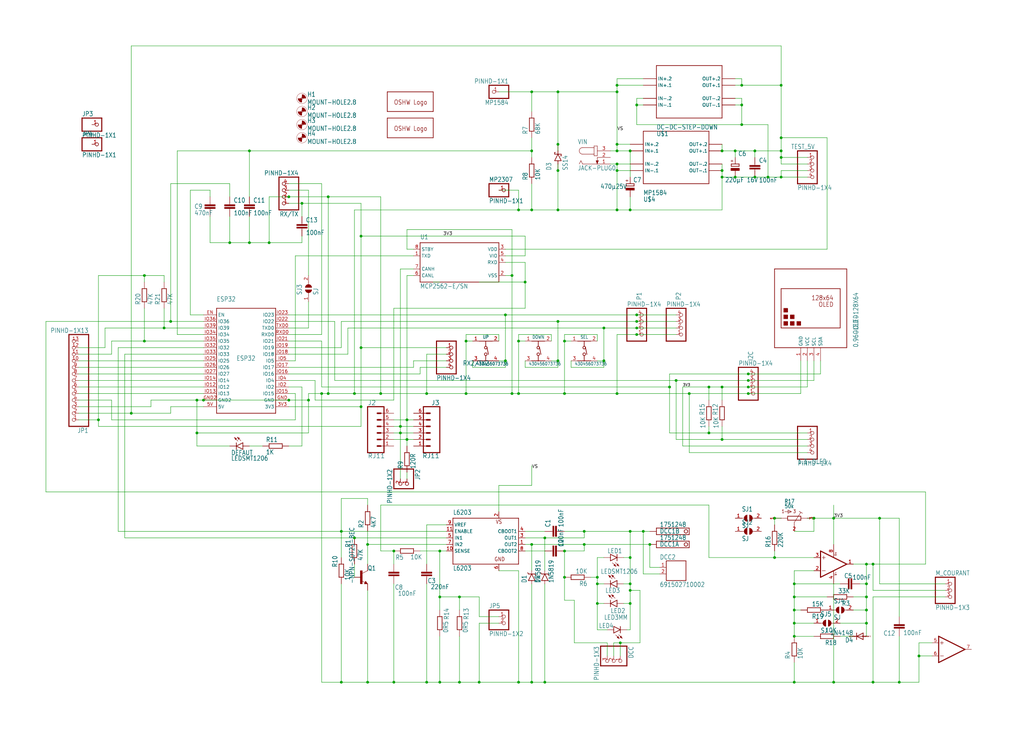
<source format=kicad_sch>
(kicad_sch (version 20230121) (generator eeschema)
  (paper "User" 396.24 284.937)
  (junction (at 195.58 139.7))
  (junction (at 142.24 210.82))
  (junction (at 165.1 152.4))
  (junction (at 215.9 66.04))
  (junction (at 205.74 264.16))
  (junction (at 154.94 167.64))
  (junction (at 152.4 213.36))
  (junction (at 287.02 40.64))
  (junction (at 147.32 152.4))
  (junction (at 243.84 226.06))
  (junction (at 307.34 264.16))
  (junction (at 210.82 264.16))
  (junction (at 289.56 149.86))
  (junction (at 335.28 218.44))
  (junction (at 248.92 205.74))
  (junction (at 266.7 152.4))
  (junction (at 132.08 205.74))
  (junction (at 66.04 124.46))
  (junction (at 335.28 241.3))
  (junction (at 139.7 134.62))
  (junction (at 279.4 149.86))
  (junction (at 238.76 55.88))
  (junction (at 233.68 139.7))
  (junction (at 180.34 132.08))
  (junction (at 226.06 205.74))
  (junction (at 203.2 109.22))
  (junction (at 335.28 226.06))
  (junction (at 76.2 167.64))
  (junction (at 279.4 58.42))
  (junction (at 287.02 33.02))
  (junction (at 322.58 264.16))
  (junction (at 233.68 127))
  (junction (at 289.56 152.4))
  (junction (at 302.26 60.96))
  (junction (at 152.4 264.16))
  (junction (at 215.9 55.88))
  (junction (at 302.26 33.02))
  (junction (at 218.44 132.08))
  (junction (at 335.28 236.22))
  (junction (at 243.84 233.68))
  (junction (at 198.12 106.68))
  (junction (at 274.32 149.86))
  (junction (at 337.82 218.44))
  (junction (at 238.76 33.02))
  (junction (at 238.76 66.04))
  (junction (at 88.9 93.98))
  (junction (at 142.24 264.16))
  (junction (at 243.84 205.74))
  (junction (at 78.74 154.94))
  (junction (at 180.34 152.4))
  (junction (at 55.88 132.08))
  (junction (at 111.76 76.2))
  (junction (at 231.14 233.68))
  (junction (at 243.84 215.9))
  (junction (at 215.9 35.56))
  (junction (at 104.14 93.98))
  (junction (at 307.34 246.38))
  (junction (at 279.4 66.04))
  (junction (at 111.76 154.94))
  (junction (at 314.96 200.66))
  (junction (at 240.03 248.92))
  (junction (at 38.1 162.56))
  (junction (at 218.44 213.36))
  (junction (at 302.26 68.58))
  (junction (at 132.08 264.16))
  (junction (at 200.66 152.4))
  (junction (at 347.98 264.16))
  (junction (at 246.38 40.64))
  (junction (at 274.32 167.64))
  (junction (at 205.74 210.82))
  (junction (at 238.76 35.56))
  (junction (at 200.66 264.16))
  (junction (at 246.38 129.54))
  (junction (at 302.26 58.42))
  (junction (at 246.38 121.92))
  (junction (at 218.44 152.4))
  (junction (at 96.52 93.98))
  (junction (at 243.84 81.28))
  (junction (at 299.72 200.66))
  (junction (at 170.18 213.36))
  (junction (at 198.12 152.4))
  (junction (at 170.18 231.14))
  (junction (at 307.34 226.06))
  (junction (at 261.62 147.32))
  (junction (at 76.2 154.94))
  (junction (at 355.6 254))
  (junction (at 137.16 152.4))
  (junction (at 157.48 162.56))
  (junction (at 251.46 210.82))
  (junction (at 200.66 132.08))
  (junction (at 50.8 160.02))
  (junction (at 137.16 208.28))
  (junction (at 177.8 264.16))
  (junction (at 55.88 106.68))
  (junction (at 215.9 124.46))
  (junction (at 177.8 231.14))
  (junction (at 124.46 152.4))
  (junction (at 243.84 228.6))
  (junction (at 287.02 48.26))
  (junction (at 205.74 81.28))
  (junction (at 200.66 81.28))
  (junction (at 259.08 149.86))
  (junction (at 337.82 264.16))
  (junction (at 238.76 63.5))
  (junction (at 195.58 121.92))
  (junction (at 289.56 144.78))
  (junction (at 116.84 78.74))
  (junction (at 218.44 223.52))
  (junction (at 279.4 170.18))
  (junction (at 139.7 91.44))
  (junction (at 127 152.4))
  (junction (at 231.14 223.52))
  (junction (at 96.52 58.42))
  (junction (at 307.34 241.3))
  (junction (at 119.38 154.94))
  (junction (at 185.42 264.16))
  (junction (at 284.48 68.58))
  (junction (at 157.48 170.18))
  (junction (at 238.76 152.4))
  (junction (at 238.76 58.42))
  (junction (at 297.18 68.58))
  (junction (at 307.34 231.14))
  (junction (at 170.18 264.16))
  (junction (at 292.1 58.42))
  (junction (at 63.5 127))
  (junction (at 279.4 68.58))
  (junction (at 299.72 215.9))
  (junction (at 215.9 139.7))
  (junction (at 154.94 165.1))
  (junction (at 289.56 147.32))
  (junction (at 322.58 200.66))
  (junction (at 307.34 236.22))
  (junction (at 127 76.2))
  (junction (at 302.26 53.34))
  (junction (at 231.14 226.06))
  (junction (at 335.28 231.14))
  (junction (at 165.1 264.16))
  (junction (at 205.74 35.56))
  (junction (at 210.82 208.28))
  (junction (at 340.36 200.66))
  (junction (at 238.76 81.28))
  (junction (at 205.74 58.42))
  (junction (at 243.84 58.42))
  (junction (at 246.38 127))
  (junction (at 246.38 124.46))
  (junction (at 139.7 157.48))
  (junction (at 215.9 81.28))
  (junction (at 226.06 210.82))
  (junction (at 292.1 68.58))
  (junction (at 284.48 58.42))
  (wire (pts (xy 152.4 264.16) (xy 165.1 264.16)))
  (wire (pts (xy 114.3 162.56) (xy 43.18 162.56)))
  (wire (pts (xy 233.68 233.68) (xy 231.14 233.68)))
  (wire (pts (xy 302.26 17.78) (xy 302.26 33.02)))
  (wire (pts (xy 157.48 96.52) (xy 157.48 88.9)))
  (wire (pts (xy 193.04 241.3) (xy 185.42 241.3)))
  (wire (pts (xy 111.76 147.32) (xy 121.92 147.32)))
  (wire (pts (xy 243.84 226.06) (xy 243.84 228.6)))
  (wire (pts (xy 240.03 248.92) (xy 237.49 248.92)))
  (wire (pts (xy 96.52 58.42) (xy 68.58 58.42)))
  (wire (pts (xy 297.18 48.26) (xy 297.18 68.58)))
  (wire (pts (xy 157.48 170.18) (xy 160.02 170.18)))
  (wire (pts (xy 312.42 63.5) (xy 302.26 63.5)))
  (wire (pts (xy 210.82 264.16) (xy 307.34 264.16)))
  (wire (pts (xy 279.4 165.1) (xy 279.4 170.18)))
  (wire (pts (xy 63.5 127) (xy 40.64 127)))
  (wire (pts (xy 119.38 127) (xy 119.38 116.84)))
  (wire (pts (xy 50.8 17.78) (xy 302.26 17.78)))
  (wire (pts (xy 320.04 53.34) (xy 320.04 96.52)))
  (wire (pts (xy 96.52 93.98) (xy 88.9 93.98)))
  (wire (pts (xy 213.36 132.08) (xy 213.36 129.54)))
  (wire (pts (xy 251.46 219.71) (xy 251.46 210.82)))
  (wire (pts (xy 238.76 129.54) (xy 246.38 129.54)))
  (wire (pts (xy 330.2 236.22) (xy 335.28 236.22)))
  (wire (pts (xy 274.32 167.64) (xy 312.42 167.64)))
  (wire (pts (xy 104.14 93.98) (xy 96.52 93.98)))
  (wire (pts (xy 81.28 73.66) (xy 73.66 73.66)))
  (wire (pts (xy 142.24 193.04) (xy 142.24 195.58)))
  (wire (pts (xy 205.74 264.16) (xy 210.82 264.16)))
  (wire (pts (xy 165.1 218.44) (xy 165.1 203.2)))
  (wire (pts (xy 335.28 231.14) (xy 330.2 231.14)))
  (wire (pts (xy 165.1 137.16) (xy 165.1 152.4)))
  (wire (pts (xy 165.1 264.16) (xy 170.18 264.16)))
  (wire (pts (xy 193.04 73.66) (xy 200.66 73.66)))
  (wire (pts (xy 142.24 228.6) (xy 142.24 264.16)))
  (wire (pts (xy 147.32 152.4) (xy 137.16 152.4)))
  (wire (pts (xy 111.76 132.08) (xy 124.46 132.08)))
  (wire (pts (xy 198.12 152.4) (xy 200.66 152.4)))
  (wire (pts (xy 322.58 200.66) (xy 322.58 195.58)))
  (wire (pts (xy 365.76 231.14) (xy 337.82 231.14)))
  (wire (pts (xy 251.46 210.82) (xy 226.06 210.82)))
  (wire (pts (xy 132.08 124.46) (xy 215.9 124.46)))
  (wire (pts (xy 116.84 78.74) (xy 139.7 78.74)))
  (wire (pts (xy 284.48 60.96) (xy 284.48 58.42)))
  (wire (pts (xy 248.92 38.1) (xy 246.38 38.1)))
  (wire (pts (xy 193.04 132.08) (xy 193.04 129.54)))
  (wire (pts (xy 335.28 226.06) (xy 335.28 231.14)))
  (wire (pts (xy 312.42 139.7) (xy 312.42 149.86)))
  (wire (pts (xy 340.36 200.66) (xy 347.98 200.66)))
  (wire (pts (xy 154.94 167.64) (xy 160.02 167.64)))
  (wire (pts (xy 30.48 137.16) (xy 43.18 137.16)))
  (wire (pts (xy 238.76 35.56) (xy 238.76 33.02)))
  (wire (pts (xy 205.74 58.42) (xy 205.74 60.96)))
  (wire (pts (xy 233.68 142.24) (xy 233.68 139.7)))
  (wire (pts (xy 172.72 205.74) (xy 132.08 205.74)))
  (wire (pts (xy 238.76 33.02) (xy 238.76 30.48)))
  (wire (pts (xy 198.12 106.68) (xy 195.58 106.68)))
  (wire (pts (xy 121.92 154.94) (xy 152.4 154.94)))
  (wire (pts (xy 243.84 68.58) (xy 243.84 58.42)))
  (wire (pts (xy 66.04 160.02) (xy 66.04 157.48)))
  (wire (pts (xy 203.2 213.36) (xy 210.82 213.36)))
  (wire (pts (xy 238.76 81.28) (xy 215.9 81.28)))
  (wire (pts (xy 111.76 73.66) (xy 119.38 73.66)))
  (wire (pts (xy 147.32 195.58) (xy 274.32 195.58)))
  (wire (pts (xy 111.76 76.2) (xy 104.14 76.2)))
  (wire (pts (xy 78.74 127) (xy 63.5 127)))
  (wire (pts (xy 157.48 162.56) (xy 160.02 162.56)))
  (wire (pts (xy 55.88 132.08) (xy 43.18 132.08)))
  (wire (pts (xy 233.68 139.7) (xy 231.14 139.7)))
  (wire (pts (xy 238.76 63.5) (xy 238.76 66.04)))
  (wire (pts (xy 259.08 144.78) (xy 259.08 149.86)))
  (wire (pts (xy 63.5 119.38) (xy 63.5 127)))
  (wire (pts (xy 43.18 137.16) (xy 43.18 132.08)))
  (wire (pts (xy 111.76 78.74) (xy 116.84 78.74)))
  (wire (pts (xy 279.4 154.94) (xy 279.4 149.86)))
  (wire (pts (xy 193.04 220.98) (xy 200.66 220.98)))
  (wire (pts (xy 261.62 127) (xy 246.38 127)))
  (wire (pts (xy 111.76 121.92) (xy 195.58 121.92)))
  (wire (pts (xy 182.88 142.24) (xy 195.58 142.24)))
  (wire (pts (xy 233.68 215.9) (xy 231.14 215.9)))
  (wire (pts (xy 205.74 35.56) (xy 205.74 43.18)))
  (wire (pts (xy 309.88 139.7) (xy 309.88 152.4)))
  (wire (pts (xy 314.96 205.74) (xy 314.96 200.66)))
  (wire (pts (xy 320.04 96.52) (xy 195.58 96.52)))
  (wire (pts (xy 134.62 137.16) (xy 134.62 127)))
  (wire (pts (xy 132.08 264.16) (xy 142.24 264.16)))
  (wire (pts (xy 76.2 172.72) (xy 88.9 172.72)))
  (wire (pts (xy 88.9 83.82) (xy 88.9 93.98)))
  (wire (pts (xy 337.82 218.44) (xy 335.28 218.44)))
  (wire (pts (xy 160.02 96.52) (xy 157.48 96.52)))
  (wire (pts (xy 78.74 134.62) (xy 45.72 134.62)))
  (wire (pts (xy 299.72 200.66) (xy 299.72 203.2)))
  (wire (pts (xy 160.02 142.24) (xy 160.02 139.7)))
  (wire (pts (xy 58.42 154.94) (xy 58.42 157.48)))
  (wire (pts (xy 205.74 58.42) (xy 96.52 58.42)))
  (wire (pts (xy 165.1 203.2) (xy 172.72 203.2)))
  (wire (pts (xy 238.76 55.88) (xy 243.84 55.88)))
  (wire (pts (xy 157.48 106.68) (xy 157.48 162.56)))
  (wire (pts (xy 215.9 124.46) (xy 246.38 124.46)))
  (wire (pts (xy 193.04 238.76) (xy 185.42 238.76)))
  (wire (pts (xy 154.94 165.1) (xy 160.02 165.1)))
  (wire (pts (xy 222.25 232.41) (xy 222.25 248.92)))
  (wire (pts (xy 30.48 139.7) (xy 78.74 139.7)))
  (wire (pts (xy 104.14 76.2) (xy 104.14 93.98)))
  (wire (pts (xy 170.18 109.22) (xy 167.64 109.22)))
  (wire (pts (xy 73.66 73.66) (xy 73.66 121.92)))
  (wire (pts (xy 337.82 231.14) (xy 337.82 264.16)))
  (wire (pts (xy 152.4 218.44) (xy 152.4 213.36)))
  (wire (pts (xy 238.76 33.02) (xy 248.92 33.02)))
  (wire (pts (xy 335.28 231.14) (xy 335.28 236.22)))
  (wire (pts (xy 215.9 66.04) (xy 215.9 81.28)))
  (wire (pts (xy 124.46 129.54) (xy 124.46 71.12)))
  (wire (pts (xy 287.02 48.26) (xy 297.18 48.26)))
  (wire (pts (xy 132.08 226.06) (xy 132.08 264.16)))
  (wire (pts (xy 165.1 226.06) (xy 165.1 264.16)))
  (wire (pts (xy 142.24 193.04) (xy 132.08 193.04)))
  (wire (pts (xy 147.32 213.36) (xy 147.32 195.58)))
  (wire (pts (xy 119.38 154.94) (xy 119.38 152.4)))
  (wire (pts (xy 246.38 48.26) (xy 287.02 48.26)))
  (wire (pts (xy 139.7 157.48) (xy 139.7 165.1)))
  (wire (pts (xy 119.38 167.64) (xy 119.38 154.94)))
  (wire (pts (xy 307.34 231.14) (xy 307.34 226.06)))
  (wire (pts (xy 340.36 226.06) (xy 365.76 226.06)))
  (wire (pts (xy 119.38 73.66) (xy 119.38 106.68)))
  (wire (pts (xy 307.34 241.3) (xy 307.34 236.22)))
  (wire (pts (xy 160.02 139.7) (xy 172.72 139.7)))
  (wire (pts (xy 127 152.4) (xy 127 76.2)))
  (wire (pts (xy 116.84 83.82) (xy 116.84 78.74)))
  (wire (pts (xy 302.26 60.96) (xy 302.26 63.5)))
  (wire (pts (xy 111.76 142.24) (xy 160.02 142.24)))
  (wire (pts (xy 246.38 38.1) (xy 246.38 40.64)))
  (wire (pts (xy 264.16 172.72) (xy 312.42 172.72)))
  (wire (pts (xy 170.18 213.36) (xy 172.72 213.36)))
  (wire (pts (xy 360.68 248.92) (xy 355.6 248.92)))
  (wire (pts (xy 284.48 33.02) (xy 287.02 33.02)))
  (wire (pts (xy 203.2 210.82) (xy 205.74 210.82)))
  (wire (pts (xy 55.88 106.68) (xy 63.5 106.68)))
  (wire (pts (xy 81.28 76.2) (xy 81.28 73.66)))
  (wire (pts (xy 180.34 129.54) (xy 180.34 132.08)))
  (wire (pts (xy 279.4 68.58) (xy 279.4 66.04)))
  (wire (pts (xy 259.08 149.86) (xy 259.08 167.64)))
  (wire (pts (xy 247.65 228.6) (xy 247.65 248.92)))
  (wire (pts (xy 314.96 147.32) (xy 289.56 147.32)))
  (wire (pts (xy 50.8 160.02) (xy 66.04 160.02)))
  (wire (pts (xy 238.76 55.88) (xy 238.76 35.56)))
  (wire (pts (xy 78.74 157.48) (xy 66.04 157.48)))
  (wire (pts (xy 238.76 30.48) (xy 248.92 30.48)))
  (wire (pts (xy 203.2 109.22) (xy 203.2 101.6)))
  (wire (pts (xy 322.58 264.16) (xy 307.34 264.16)))
  (wire (pts (xy 284.48 68.58) (xy 279.4 68.58)))
  (wire (pts (xy 152.4 154.94) (xy 152.4 119.38)))
  (wire (pts (xy 302.26 68.58) (xy 302.26 66.04)))
  (wire (pts (xy 111.76 124.46) (xy 129.54 124.46)))
  (wire (pts (xy 238.76 58.42) (xy 238.76 55.88)))
  (wire (pts (xy 314.96 246.38) (xy 307.34 246.38)))
  (wire (pts (xy 203.2 119.38) (xy 203.2 109.22)))
  (wire (pts (xy 264.16 149.86) (xy 264.16 172.72)))
  (wire (pts (xy 358.14 218.44) (xy 337.82 218.44)))
  (wire (pts (xy 200.66 152.4) (xy 218.44 152.4)))
  (wire (pts (xy 78.74 121.92) (xy 73.66 121.92)))
  (wire (pts (xy 246.38 121.92) (xy 261.62 121.92)))
  (wire (pts (xy 218.44 132.08) (xy 220.98 132.08)))
  (wire (pts (xy 43.18 154.94) (xy 30.48 154.94)))
  (wire (pts (xy 68.58 58.42) (xy 68.58 129.54)))
  (wire (pts (xy 218.44 213.36) (xy 218.44 223.52)))
  (wire (pts (xy 45.72 134.62) (xy 45.72 205.74)))
  (wire (pts (xy 220.98 139.7) (xy 220.98 142.24)))
  (wire (pts (xy 96.52 83.82) (xy 96.52 93.98)))
  (wire (pts (xy 355.6 248.92) (xy 355.6 254)))
  (wire (pts (xy 182.88 132.08) (xy 180.34 132.08)))
  (wire (pts (xy 185.42 264.16) (xy 200.66 264.16)))
  (wire (pts (xy 251.46 205.74) (xy 248.92 205.74)))
  (wire (pts (xy 17.78 190.5) (xy 17.78 124.46)))
  (wire (pts (xy 213.36 139.7) (xy 215.9 139.7)))
  (wire (pts (xy 78.74 132.08) (xy 55.88 132.08)))
  (wire (pts (xy 287.02 40.64) (xy 287.02 38.1)))
  (wire (pts (xy 96.52 76.2) (xy 96.52 58.42)))
  (wire (pts (xy 302.26 58.42) (xy 302.26 60.96)))
  (wire (pts (xy 193.04 198.12) (xy 193.04 187.96)))
  (wire (pts (xy 200.66 220.98) (xy 200.66 264.16)))
  (wire (pts (xy 302.26 66.04) (xy 312.42 66.04)))
  (wire (pts (xy 243.84 76.2) (xy 243.84 81.28)))
  (wire (pts (xy 261.62 170.18) (xy 279.4 170.18)))
  (wire (pts (xy 152.4 165.1) (xy 154.94 165.1)))
  (wire (pts (xy 116.84 172.72) (xy 111.76 172.72)))
  (wire (pts (xy 284.48 30.48) (xy 287.02 30.48)))
  (wire (pts (xy 114.3 99.06) (xy 114.3 139.7)))
  (wire (pts (xy 142.24 264.16) (xy 152.4 264.16)))
  (wire (pts (xy 236.22 63.5) (xy 238.76 63.5)))
  (wire (pts (xy 292.1 60.96) (xy 292.1 58.42)))
  (wire (pts (xy 355.6 264.16) (xy 347.98 264.16)))
  (wire (pts (xy 38.1 162.56) (xy 30.48 162.56)))
  (wire (pts (xy 139.7 157.48) (xy 111.76 157.48)))
  (wire (pts (xy 243.84 205.74) (xy 226.06 205.74)))
  (wire (pts (xy 205.74 180.34) (xy 205.74 187.96)))
  (wire (pts (xy 264.16 149.86) (xy 274.32 149.86)))
  (wire (pts (xy 248.92 222.25) (xy 248.92 205.74)))
  (wire (pts (xy 111.76 152.4) (xy 114.3 152.4)))
  (wire (pts (xy 218.44 232.41) (xy 218.44 223.52)))
  (wire (pts (xy 314.96 139.7) (xy 314.96 147.32)))
  (wire (pts (xy 307.34 220.98) (xy 314.96 220.98)))
  (wire (pts (xy 81.28 93.98) (xy 81.28 83.82)))
  (wire (pts (xy 17.78 124.46) (xy 66.04 124.46)))
  (wire (pts (xy 88.9 71.12) (xy 66.04 71.12)))
  (wire (pts (xy 124.46 149.86) (xy 259.08 149.86)))
  (wire (pts (xy 154.94 167.64) (xy 154.94 185.42)))
  (wire (pts (xy 38.1 106.68) (xy 55.88 106.68)))
  (wire (pts (xy 243.84 205.74) (xy 243.84 215.9)))
  (wire (pts (xy 180.34 152.4) (xy 198.12 152.4)))
  (wire (pts (xy 177.8 231.14) (xy 170.18 231.14)))
  (wire (pts (xy 234.95 243.84) (xy 231.14 243.84)))
  (wire (pts (xy 121.92 147.32) (xy 121.92 154.94)))
  (wire (pts (xy 287.02 30.48) (xy 287.02 33.02)))
  (wire (pts (xy 193.04 35.56) (xy 205.74 35.56)))
  (wire (pts (xy 193.04 139.7) (xy 195.58 139.7)))
  (wire (pts (xy 279.4 149.86) (xy 289.56 149.86)))
  (wire (pts (xy 320.04 231.14) (xy 307.34 231.14)))
  (wire (pts (xy 76.2 154.94) (xy 58.42 154.94)))
  (wire (pts (xy 325.12 226.06) (xy 307.34 226.06)))
  (wire (pts (xy 322.58 200.66) (xy 340.36 200.66)))
  (wire (pts (xy 322.58 226.06) (xy 322.58 264.16)))
  (wire (pts (xy 129.54 124.46) (xy 129.54 147.32)))
  (wire (pts (xy 307.34 246.38) (xy 307.34 241.3)))
  (wire (pts (xy 289.56 152.4) (xy 266.7 152.4)))
  (wire (pts (xy 203.2 205.74) (xy 210.82 205.74)))
  (wire (pts (xy 30.48 149.86) (xy 78.74 149.86)))
  (wire (pts (xy 116.84 93.98) (xy 116.84 91.44)))
  (wire (pts (xy 246.38 124.46) (xy 261.62 124.46)))
  (wire (pts (xy 317.5 144.78) (xy 289.56 144.78)))
  (wire (pts (xy 307.34 226.06) (xy 307.34 220.98)))
  (wire (pts (xy 314.96 200.66) (xy 322.58 200.66)))
  (wire (pts (xy 222.25 248.92) (xy 234.95 248.92)))
  (wire (pts (xy 157.48 106.68) (xy 160.02 106.68)))
  (wire (pts (xy 193.04 187.96) (xy 205.74 187.96)))
  (wire (pts (xy 116.84 149.86) (xy 116.84 172.72)))
  (wire (pts (xy 337.82 228.6) (xy 337.82 218.44)))
  (wire (pts (xy 137.16 208.28) (xy 48.26 208.28)))
  (wire (pts (xy 337.82 264.16) (xy 322.58 264.16)))
  (wire (pts (xy 50.8 160.02) (xy 30.48 160.02)))
  (wire (pts (xy 297.18 68.58) (xy 292.1 68.58)))
  (wire (pts (xy 325.12 241.3) (xy 335.28 241.3)))
  (wire (pts (xy 302.26 60.96) (xy 312.42 60.96)))
  (wire (pts (xy 139.7 134.62) (xy 139.7 91.44)))
  (wire (pts (xy 66.04 124.46) (xy 78.74 124.46)))
  (wire (pts (xy 40.64 134.62) (xy 40.64 127)))
  (wire (pts (xy 129.54 147.32) (xy 261.62 147.32)))
  (wire (pts (xy 124.46 152.4) (xy 124.46 264.16)))
  (wire (pts (xy 157.48 88.9) (xy 198.12 88.9)))
  (wire (pts (xy 200.66 264.16) (xy 205.74 264.16)))
  (wire (pts (xy 119.38 152.4) (xy 124.46 152.4)))
  (wire (pts (xy 111.76 129.54) (xy 124.46 129.54)))
  (wire (pts (xy 238.76 152.4) (xy 266.7 152.4)))
  (wire (pts (xy 127 76.2) (xy 111.76 76.2)))
  (wire (pts (xy 139.7 91.44) (xy 139.7 78.74)))
  (wire (pts (xy 170.18 264.16) (xy 177.8 264.16)))
  (wire (pts (xy 246.38 129.54) (xy 261.62 129.54)))
  (wire (pts (xy 314.96 241.3) (xy 307.34 241.3)))
  (wire (pts (xy 30.48 152.4) (xy 78.74 152.4)))
  (wire (pts (xy 247.65 228.6) (xy 243.84 228.6)))
  (wire (pts (xy 203.2 142.24) (xy 215.9 142.24)))
  (wire (pts (xy 302.26 200.66) (xy 299.72 200.66)))
  (wire (pts (xy 147.32 152.4) (xy 147.32 76.2)))
  (wire (pts (xy 287.02 48.26) (xy 287.02 40.64)))
  (wire (pts (xy 200.66 152.4) (xy 200.66 132.08)))
  (wire (pts (xy 152.4 119.38) (xy 203.2 119.38)))
  (wire (pts (xy 218.44 205.74) (xy 226.06 205.74)))
  (wire (pts (xy 246.38 40.64) (xy 248.92 40.64)))
  (wire (pts (xy 170.18 231.14) (xy 170.18 236.22)))
  (wire (pts (xy 241.3 215.9) (xy 243.84 215.9)))
  (wire (pts (xy 147.32 76.2) (xy 127 76.2)))
  (wire (pts (xy 68.58 129.54) (xy 78.74 129.54)))
  (wire (pts (xy 172.72 210.82) (xy 142.24 210.82)))
  (wire (pts (xy 170.18 231.14) (xy 170.18 213.36)))
  (wire (pts (xy 152.4 162.56) (xy 157.48 162.56)))
  (wire (pts (xy 50.8 160.02) (xy 50.8 17.78)))
  (wire (pts (xy 247.65 248.92) (xy 240.03 248.92)))
  (wire (pts (xy 172.72 142.24) (xy 162.56 142.24)))
  (wire (pts (xy 55.88 106.68) (xy 55.88 109.22)))
  (wire (pts (xy 302.26 33.02) (xy 302.26 53.34)))
  (wire (pts (xy 124.46 264.16) (xy 132.08 264.16)))
  (wire (pts (xy 114.3 152.4) (xy 114.3 162.56)))
  (wire (pts (xy 210.82 226.06) (xy 210.82 264.16)))
  (wire (pts (xy 48.26 208.28) (xy 48.26 137.16)))
  (wire (pts (xy 172.72 134.62) (xy 139.7 134.62)))
  (wire (pts (xy 231.14 243.84) (xy 231.14 233.68)))
  (wire (pts (xy 200.66 132.08) (xy 203.2 132.08)))
  (wire (pts (xy 48.26 137.16) (xy 78.74 137.16)))
  (wire (pts (xy 233.68 127) (xy 246.38 127)))
  (wire (pts (xy 335.28 218.44) (xy 335.28 226.06)))
  (wire (pts (xy 284.48 58.42) (xy 292.1 58.42)))
  (wire (pts (xy 30.48 142.24) (xy 78.74 142.24)))
  (wire (pts (xy 111.76 139.7) (xy 114.3 139.7)))
  (wire (pts (xy 218.44 152.4) (xy 238.76 152.4)))
  (wire (pts (xy 215.9 142.24) (xy 215.9 139.7)))
  (wire (pts (xy 88.9 93.98) (xy 81.28 93.98)))
  (wire (pts (xy 266.7 175.26) (xy 312.42 175.26)))
  (wire (pts (xy 124.46 132.08) (xy 124.46 149.86)))
  (wire (pts (xy 248.92 205.74) (xy 243.84 205.74)))
  (wire (pts (xy 205.74 53.34) (xy 205.74 58.42)))
  (wire (pts (xy 226.06 213.36) (xy 218.44 213.36)))
  (wire (pts (xy 307.34 205.74) (xy 314.96 205.74)))
  (wire (pts (xy 243.84 215.9) (xy 243.84 226.06)))
  (wire (pts (xy 38.1 165.1) (xy 38.1 162.56)))
  (wire (pts (xy 274.32 154.94) (xy 274.32 149.86)))
  (wire (pts (xy 284.48 40.64) (xy 287.02 40.64)))
  (wire (pts (xy 195.58 139.7) (xy 195.58 121.92)))
  (wire (pts (xy 165.1 152.4) (xy 147.32 152.4)))
  (wire (pts (xy 240.03 248.92) (xy 240.03 254)))
  (wire (pts (xy 215.9 63.5) (xy 215.9 66.04)))
  (wire (pts (xy 162.56 144.78) (xy 162.56 142.24)))
  (wire (pts (xy 238.76 66.04) (xy 238.76 81.28)))
  (wire (pts (xy 312.42 149.86) (xy 289.56 149.86)))
  (wire (pts (xy 279.4 81.28) (xy 279.4 68.58)))
  (wire (pts (xy 172.72 137.16) (xy 165.1 137.16)))
  (wire (pts (xy 137.16 152.4) (xy 137.16 81.28)))
  (wire (pts (xy 177.8 231.14) (xy 177.8 236.22)))
  (wire (pts (xy 162.56 213.36) (xy 170.18 213.36)))
  (wire (pts (xy 111.76 149.86) (xy 116.84 149.86)))
  (wire (pts (xy 177.8 264.16) (xy 185.42 264.16)))
  (wire (pts (xy 182.88 139.7) (xy 182.88 142.24)))
  (wire (pts (xy 30.48 144.78) (xy 78.74 144.78)))
  (wire (pts (xy 134.62 127) (xy 233.68 127)))
  (wire (pts (xy 261.62 170.18) (xy 261.62 147.32)))
  (wire (pts (xy 63.5 106.68) (xy 63.5 109.22)))
  (wire (pts (xy 330.2 246.38) (xy 325.12 246.38)))
  (wire (pts (xy 203.2 99.06) (xy 203.2 91.44)))
  (wire (pts (xy 299.72 213.36) (xy 299.72 215.9)))
  (wire (pts (xy 255.27 222.25) (xy 248.92 222.25)))
  (wire (pts (xy 246.38 40.64) (xy 246.38 48.26)))
  (wire (pts (xy 365.76 228.6) (xy 337.82 228.6)))
  (wire (pts (xy 231.14 226.06) (xy 231.14 223.52)))
  (wire (pts (xy 335.28 218.44) (xy 330.2 218.44)))
  (wire (pts (xy 180.34 152.4) (xy 165.1 152.4)))
  (wire (pts (xy 307.34 256.54) (xy 307.34 264.16)))
  (wire (pts (xy 132.08 134.62) (xy 132.08 124.46)))
  (wire (pts (xy 226.06 210.82) (xy 226.06 213.36)))
  (wire (pts (xy 238.76 81.28) (xy 243.84 81.28)))
  (wire (pts (xy 205.74 226.06) (xy 205.74 264.16)))
  (wire (pts (xy 287.02 38.1) (xy 284.48 38.1)))
  (wire (pts (xy 127 152.4) (xy 137.16 152.4)))
  (wire (pts (xy 289.56 147.32) (xy 261.62 147.32)))
  (wire (pts (xy 292.1 58.42) (xy 302.26 58.42)))
  (wire (pts (xy 279.4 58.42) (xy 284.48 58.42)))
  (wire (pts (xy 215.9 55.88) (xy 215.9 35.56)))
  (wire (pts (xy 195.58 121.92) (xy 246.38 121.92)))
  (wire (pts (xy 137.16 81.28) (xy 200.66 81.28)))
  (wire (pts (xy 231.14 215.9) (xy 231.14 223.52)))
  (wire (pts (xy 139.7 134.62) (xy 139.7 157.48)))
  (wire (pts (xy 76.2 154.94) (xy 76.2 167.64)))
  (wire (pts (xy 243.84 243.84) (xy 242.57 243.84)))
  (wire (pts (xy 111.76 144.78) (xy 162.56 144.78)))
  (wire (pts (xy 160.02 104.14) (xy 154.94 104.14)))
  (wire (pts (xy 205.74 71.12) (xy 205.74 81.28)))
  (wire (pts (xy 309.88 236.22) (xy 307.34 236.22)))
  (wire (pts (xy 231.14 226.06) (xy 233.68 226.06)))
  (wire (pts (xy 302.26 53.34) (xy 302.26 58.42)))
  (wire (pts (xy 274.32 149.86) (xy 279.4 149.86)))
  (wire (pts (xy 210.82 208.28) (xy 226.06 208.28)))
  (wire (pts (xy 243.84 243.84) (xy 243.84 233.68)))
  (wire (pts (xy 203.2 101.6) (xy 195.58 101.6)))
  (wire (pts (xy 132.08 193.04) (xy 132.08 205.74)))
  (wire (pts (xy 177.8 246.38) (xy 177.8 264.16)))
  (wire (pts (xy 226.06 205.74) (xy 226.06 208.28)))
  (wire (pts (xy 111.76 71.12) (xy 124.46 71.12)))
  (wire (pts (xy 355.6 254) (xy 355.6 264.16)))
  (wire (pts (xy 203.2 139.7) (xy 203.2 142.24)))
  (wire (pts (xy 215.9 35.56) (xy 205.74 35.56)))
  (wire (pts (xy 347.98 246.38) (xy 347.98 264.16)))
  (wire (pts (xy 185.42 241.3) (xy 185.42 264.16)))
  (wire (pts (xy 152.4 170.18) (xy 157.48 170.18)))
  (wire (pts (xy 160.02 99.06) (xy 114.3 99.06)))
  (wire (pts (xy 195.58 142.24) (xy 195.58 139.7)))
  (wire (pts (xy 231.14 223.52) (xy 228.6 223.52)))
  (wire (pts (xy 234.95 248.92) (xy 234.95 254)))
  (wire (pts (xy 358.14 218.44) (xy 358.14 190.5)))
  (wire (pts (xy 78.74 154.94) (xy 76.2 154.94)))
  (wire (pts (xy 215.9 81.28) (xy 205.74 81.28)))
  (wire (pts (xy 154.94 104.14) (xy 154.94 165.1)))
  (wire (pts (xy 139.7 165.1) (xy 38.1 165.1)))
  (wire (pts (xy 335.28 226.06) (xy 332.74 226.06)))
  (wire (pts (xy 43.18 162.56) (xy 43.18 154.94)))
  (wire (pts (xy 231.14 129.54) (xy 218.44 129.54)))
  (wire (pts (xy 45.72 205.74) (xy 132.08 205.74)))
  (wire (pts (xy 236.22 58.42) (xy 238.76 58.42)))
  (wire (pts (xy 78.74 154.94) (xy 111.76 154.94)))
  (wire (pts (xy 274.32 165.1) (xy 274.32 167.64)))
  (wire (pts (xy 355.6 254) (xy 360.68 254)))
  (wire (pts (xy 203.2 208.28) (xy 210.82 208.28)))
  (wire (pts (xy 233.68 139.7) (xy 233.68 127)))
  (wire (pts (xy 259.08 167.64) (xy 274.32 167.64)))
  (wire (pts (xy 195.58 99.06) (xy 203.2 99.06)))
  (wire (pts (xy 210.82 220.98) (xy 210.82 208.28)))
  (wire (pts (xy 287.02 33.02) (xy 302.26 33.02)))
  (wire (pts (xy 238.76 66.04) (xy 243.84 66.04)))
  (wire (pts (xy 154.94 165.1) (xy 154.94 167.64)))
  (wire (pts (xy 243.84 63.5) (xy 238.76 63.5)))
  (wire (pts (xy 185.42 109.22) (xy 203.2 109.22)))
  (wire (pts (xy 157.48 170.18) (xy 157.48 172.72)))
  (wire (pts (xy 137.16 218.44) (xy 137.16 223.52)))
  (wire (pts (xy 274.32 195.58) (xy 274.32 215.9)))
  (wire (pts (xy 111.76 134.62) (xy 132.08 134.62)))
  (wire (pts (xy 200.66 73.66) (xy 200.66 81.28)))
  (wire (pts (xy 259.08 144.78) (xy 289.56 144.78)))
  (wire (pts (xy 347.98 264.16) (xy 337.82 264.16)))
  (wire (pts (xy 111.76 127) (xy 119.38 127)))
  (wire (pts (xy 111.76 154.94) (xy 119.38 154.94)))
  (wire (pts (xy 266.7 175.26) (xy 266.7 152.4)))
  (wire (pts (xy 307.34 236.22) (xy 307.34 231.14)))
  (wire (pts (xy 137.16 208.28) (xy 172.72 208.28)))
  (wire (pts (xy 231.14 226.06) (xy 231.14 233.68)))
  (wire (pts (xy 142.24 210.82) (xy 142.24 218.44)))
  (wire (pts (xy 193.04 129.54) (xy 180.34 129.54)))
  (wire (pts (xy 241.3 226.06) (xy 243.84 226.06)))
  (wire (pts (xy 231.14 132.08) (xy 231.14 129.54)))
  (wire (pts (xy 335.28 241.3) (xy 335.28 246.38)))
  (wire (pts (xy 299.72 215.9) (xy 314.96 215.9)))
  (wire (pts (xy 238.76 35.56) (xy 215.9 35.56)))
  (wire (pts (xy 76.2 167.64) (xy 119.38 167.64)))
  (wire (pts (xy 58.42 157.48) (xy 30.48 157.48)))
  (wire (pts (xy 132.08 205.74) (xy 132.08 215.9)))
  (wire (pts (xy 157.48 182.88) (xy 157.48 185.42)))
  (wire (pts (xy 30.48 134.62) (xy 40.64 134.62)))
  (wire (pts (xy 255.27 219.71) (xy 251.46 219.71)))
  (wire (pts (xy 284.48 68.58) (xy 292.1 68.58)))
  (wire (pts (xy 142.24 205.74) (xy 142.24 210.82)))
  (wire (pts (xy 111.76 137.16) (xy 134.62 137.16)))
  (wire (pts (xy 312.42 200.66) (xy 314.96 200.66)))
  (wire (pts (xy 101.6 172.72) (xy 96.52 172.72)))
  (wire (pts (xy 38.1 162.56) (xy 38.1 106.68)))
  (wire (pts (xy 147.32 213.36) (xy 152.4 213.36)))
  (wire (pts (xy 358.14 190.5) (xy 17.78 190.5)))
  (wire (pts (xy 340.36 200.66) (xy 340.36 226.06)))
  (wire (pts (xy 243.84 228.6) (xy 243.84 233.68)))
  (wire (pts (xy 279.4 55.88) (xy 279.4 58.42)))
  (wire (pts (xy 170.18 246.38) (xy 170.18 264.16)))
  (wire (pts (xy 152.4 226.06) (xy 152.4 264.16)))
  (wire (pts (xy 218.44 152.4) (xy 218.44 132.08)))
  (wire (pts (xy 238.76 58.42) (xy 243.84 58.42)))
  (wire (pts (xy 347.98 200.66) (xy 347.98 238.76)))
  (wire (pts (xy 220.98 142.24) (xy 233.68 142.24)))
  (wire (pts (xy 215.9 58.42) (xy 215.9 55.88)))
  (wire (pts (xy 76.2 167.64) (xy 76.2 172.72)))
  (wire (pts (xy 322.58 210.82) (xy 322.58 200.66)))
  (wire (pts (xy 218.44 129.54) (xy 218.44 132.08)))
  (wire (pts (xy 238.76 152.4) (xy 238.76 129.54)))
  (wire (pts (xy 222.25 232.41) (xy 218.44 232.41)))
  (wire (pts (xy 302.26 68.58) (xy 312.42 68.58)))
  (wire (pts (xy 215.9 139.7) (xy 215.9 124.46)))
  (wire (pts (xy 185.42 231.14) (xy 177.8 231.14)))
  (wire (pts (xy 198.12 152.4) (xy 198.12 106.68)))
  (wire (pts (xy 200.66 129.54) (xy 200.66 132.08)))
  (wire (pts (xy 302.26 53.34) (xy 320.04 53.34)))
  (wire (pts (xy 309.88 152.4) (xy 289.56 152.4)))
  (wire (pts (xy 335.28 236.22) (xy 335.28 241.3)))
  (wire (pts (xy 279.4 170.18) (xy 312.42 170.18)))
  (wire (pts (xy 152.4 167.64) (xy 154.94 167.64)))
  (wire (pts (xy 237.49 248.92) (xy 237.49 254)))
  (wire (pts (xy 88.9 76.2) (xy 88.9 71.12)))
  (wire (pts (xy 213.36 129.54) (xy 200.66 129.54)))
  (wire (pts (xy 55.88 119.38) (xy 55.88 132.08)))
  (wire (pts (xy 185.42 238.76) (xy 185.42 231.14)))
  (wire (pts (xy 317.5 139.7) (xy 317.5 144.78)))
  (wire (pts (xy 243.84 81.28) (xy 279.4 81.28)))
  (wire (pts (xy 205.74 210.82) (xy 226.06 210.82)))
  (wire (pts (xy 279.4 63.5) (xy 279.4 66.04)))
  (wire (pts (xy 30.48 147.32) (xy 78.74 147.32)))
  (wire (pts (xy 205.74 81.28) (xy 200.66 81.28)))
  (wire (pts (xy 157.48 162.56) (xy 157.48 170.18)))
  (wire (pts (xy 198.12 88.9) (xy 198.12 106.68)))
  (wire (pts (xy 203.2 91.44) (xy 139.7 91.44)))
  (wire (pts (xy 66.04 71.12) (xy 66.04 124.46)))
  (wire (pts (xy 180.34 132.08) (xy 180.34 152.4)))
  (wire (pts (xy 205.74 220.98) (xy 205.74 210.82)))
  (wire (pts (xy 274.32 215.9) (xy 299.72 215.9)))
  (wire (pts (xy 104.14 93.98) (xy 116.84 93.98)))
  (wire (pts (xy 302.26 68.58) (xy 297.18 68.58)))
  (wire (pts (xy 124.46 152.4) (xy 127 152.4)))
  (wire (pts (xy 241.3 233.68) (xy 243.84 233.68)))
  (label "VS" (at 238.76 50.8 0) (effects (font (size 1.2446 1.2446))))
  (label "3V3" (at 264.16 149.86 0) (effects (font (size 1.016 1.016))))
  (label "3V3" (at 171.45 91.44 0) (effects (font (size 1.2446 1.2446))))
  (label "3V3" (at 322.58 200.66 0) (effects (font (size 1.2446 1.2446))))
  (label "VS" (at 205.74 181.61 0) (effects (font (size 1.2446 1.2446))))
  (symbol (lib_id "CENTRALE02c3-eagle-import:R-EU_R0805") (at 299.72 208.28 90) (unit 1)
    (property "Reference" "R16" (at 298.2214 212.09 0) (effects (font (size 1.778 1.5113)) (justify left bottom)))
    (property "Value" "220K" (at 303.022 212.09 0) (effects (font (size 1.778 1.5113)) (justify left bottom)))
    (property "Footprint" "R0805" (effects hide))
  )
  (symbol (lib_id "CENTRALE02c3-eagle-import:SJ") (at 289.56 200.66 0) (unit 1)
    (property "Reference" "SJ1" (at 287.02 198.12 0) (effects (font (size 1.778 1.5113)) (justify left bottom)))
    (property "Value" "SJ" (at 287.02 204.47 0) (effects (font (size 1.778 1.5113)) (justify left bottom)))
    (property "Footprint" "SJ" (effects hide))
  )
  (symbol (lib_id "CENTRALE02c3-eagle-import:R-EU_R0805") (at 205.74 66.04 90) (unit 1)
    (property "Reference" "R8" (at 204.2414 69.85 0) (effects (font (size 1.778 1.5113)) (justify left bottom)))
    (property "Value" "10K" (at 209.042 69.85 0) (effects (font (size 1.778 1.5113)) (justify left bottom)))
    (property "Footprint" "R0805" (effects hide))
  )
  (symbol (lib_id "CENTRALE02c3-eagle-import:PINHD-1X3") (at 368.3 228.6 0) (unit 1)
    (property "Reference" "M_COURANT" (at 361.95 222.885 0) (effects (font (size 1.778 1.5113)) (justify left bottom)))
    (property "Value" "PINHD-1X3" (at 361.95 236.22 0) (effects (font (size 1.778 1.5113)) (justify left bottom)))
    (property "Footprint" "1X03" (effects hide))
  )
  (symbol (lib_id "CENTRALE02c3-eagle-import:PINHD-1X4") (at 314.96 172.72 0) (unit 1)
    (property "Reference" "1.3-OLED" (at 308.61 179.705 0) (effects (font (size 1.778 1.5113)) (justify left bottom)))
    (property "Value" "PINHD-1X4" (at 308.61 180.34 0) (effects (font (size 1.778 1.5113)) (justify left bottom)))
    (property "Footprint" "1X04" (effects hide))
  )
  (symbol (lib_id "CENTRALE02c3-eagle-import:MOUNT-HOLE2.8") (at 116.84 48.26 0) (unit 1)
    (property "Reference" "H3" (at 118.872 47.6758 0) (effects (font (size 1.778 1.5113)) (justify left bottom)))
    (property "Value" "MOUNT-HOLE2.8" (at 118.872 50.7238 0) (effects (font (size 1.778 1.5113)) (justify left bottom)))
    (property "Footprint" "2,8" (effects hide))
  )
  (symbol (lib_id "CENTRALE02c3-eagle-import:OSHWLOGOLOGO5MM") (at 149.86 43.18 0) (unit 1)
    (property "Reference" "GOLD_ORB_SM2" (effects hide))
    (property "Value" "OSHWLOGOLOGO5MM" (effects hide))
    (property "Footprint" "OSHW_5MM" (effects hide))
  )
  (symbol (lib_id "CENTRALE02c3-eagle-import:MOUNT-HOLE2.8") (at 116.84 43.18 0) (unit 1)
    (property "Reference" "H2" (at 118.872 42.5958 0) (effects (font (size 1.778 1.5113)) (justify left bottom)))
    (property "Value" "MOUNT-HOLE2.8" (at 118.872 45.6438 0) (effects (font (size 1.778 1.5113)) (justify left bottom)))
    (property "Footprint" "2,8" (effects hide))
  )
  (symbol (lib_id "CENTRALE02c3-eagle-import:LED3MM") (at 237.49 243.84 90) (unit 1)
    (property "Reference" "LED4" (at 237.49 241.3 90) (effects (font (size 1.778 1.5113)) (justify left bottom)))
    (property "Value" "LED3MM" (effects hide))
    (property "Footprint" "LED3MM" (effects hide))
  )
  (symbol (lib_id "CENTRALE02c3-eagle-import:R-EU_R0805") (at 325.12 231.14 180) (unit 1)
    (property "Reference" "R3" (at 328.93 232.6386 0) (effects (font (size 1.778 1.5113)) (justify left bottom)))
    (property "Value" "33K" (at 328.93 227.838 0) (effects (font (size 1.778 1.5113)) (justify left bottom)))
    (property "Footprint" "R0805" (effects hide))
  )
  (symbol (lib_id "CENTRALE02c3-eagle-import:PINHD-1X4") (at 248.92 124.46 0) (mirror x) (unit 1)
    (property "Reference" "P1" (at 248.285 113.03 90) (effects (font (size 1.778 1.5113)) (justify left bottom)))
    (property "Value" "PINHD-1X4" (at 242.57 116.84 0) (effects (font (size 1.778 1.5113)) (justify left bottom)))
    (property "Footprint" "1X04" (effects hide))
  )
  (symbol (lib_id "CENTRALE02c3-eagle-import:PINHD-1X4") (at 292.1 147.32 0) (mirror x) (unit 1)
    (property "Reference" "I2C" (at 291.465 135.89 90) (effects (font (size 1.778 1.5113)) (justify left bottom)))
    (property "Value" "PINHD-1X4" (at 285.75 139.7 0) (effects (font (size 1.778 1.5113)) (justify left bottom)))
    (property "Footprint" "1X04" (effects hide))
  )
  (symbol (lib_id "CENTRALE02c3-eagle-import:R-EU_R0805") (at 142.24 200.66 90) (unit 1)
    (property "Reference" "R2" (at 140.7414 204.47 0) (effects (font (size 1.778 1.5113)) (justify left bottom)))
    (property "Value" "4K7" (at 145.542 204.47 0) (effects (font (size 1.778 1.5113)) (justify left bottom)))
    (property "Footprint" "R0805" (effects hide))
  )
  (symbol (lib_id "CENTRALE02c3-eagle-import:SJ") (at 320.04 241.3 0) (unit 1)
    (property "Reference" "SJ5" (at 317.5 238.76 0) (effects (font (size 1.778 1.5113)) (justify left bottom)))
    (property "Value" "SJ" (at 317.5 245.11 0) (effects (font (size 1.778 1.5113)) (justify left bottom)))
    (property "Footprint" "SJ" (effects hide))
  )
  (symbol (lib_id "CENTRALE02c3-eagle-import:C-EUC1206") (at 152.4 223.52 180) (unit 1)
    (property "Reference" "C8" (at 155.956 226.441 0) (effects (font (size 1.778 1.5113)) (justify left bottom)))
    (property "Value" "100nF" (at 153.924 230.759 0) (effects (font (size 1.778 1.5113)) (justify right top)))
    (property "Footprint" "C1206" (effects hide))
  )
  (symbol (lib_id "CENTRALE02c3-eagle-import:C-EUC1206") (at 327.66 226.06 90) (unit 1)
    (property "Reference" "C5" (at 329.819 221.996 90) (effects (font (size 1.778 1.5113)) (justify left bottom)))
    (property "Value" "100nF" (at 329.819 224.536 90) (effects (font (size 1.778 1.5113)) (justify right top)))
    (property "Footprint" "C1206" (effects hide))
  )
  (symbol (lib_id "CENTRALE02c3-eagle-import:MBRA140") (at 205.74 223.52 90) (unit 1)
    (property "Reference" "D1" (at 203.835 225.806 0) (effects (font (size 1.7812 1.514)) (justify left bottom)))
    (property "Value" "1N5819" (at 209.169 225.806 0) (effects (font (size 1.7804 1.5133)) (justify left bottom)))
    (property "Footprint" "SMA-DIODE" (effects hide))
  )
  (symbol (lib_id "CENTRALE02c3-eagle-import:C-EUC1206") (at 96.52 81.28 180) (unit 1)
    (property "Reference" "C11" (at 102.616 76.581 0) (effects (font (size 1.778 1.5113)) (justify left bottom)))
    (property "Value" "100nF" (at 98.044 83.439 0) (effects (font (size 1.778 1.5113)) (justify right top)))
    (property "Footprint" "C1206" (effects hide))
  )
  (symbol (lib_id "CENTRALE02c3-eagle-import:C-EUC1206") (at 88.9 81.28 180) (unit 1)
    (property "Reference" "C10" (at 94.996 76.581 0) (effects (font (size 1.778 1.5113)) (justify left bottom)))
    (property "Value" "100nF" (at 90.424 83.439 0) (effects (font (size 1.778 1.5113)) (justify right top)))
    (property "Footprint" "C1206" (effects hide))
  )
  (symbol (lib_id "CENTRALE02c3-eagle-import:PINHD-1X4") (at 314.96 66.04 0) (unit 1)
    (property "Reference" "TEST_5V" (at 306.07 57.785 0) (effects (font (size 1.778 1.5113)) (justify left bottom)))
    (property "Value" "PINHD-1X4" (at 308.61 73.66 0) (effects (font (size 1.778 1.5113)) (justify left bottom)))
    (property "Footprint" "1X04" (effects hide))
  )
  (symbol (lib_id "CENTRALE02c3-eagle-import:430456073736") (at 187.96 137.16 0) (unit 1)
    (property "Reference" "UP" (at 187.99 131.21 0) (effects (font (size 1.27 1.0795)) (justify bottom)))
    (property "Value" "430456073736" (at 184.25 141.54 0) (effects (font (size 1.27 1.0795)) (justify left bottom)))
    (property "Footprint" "4304X60737X6" (effects hide))
  )
  (symbol (lib_id "CENTRALE02c3-eagle-import:430456073736") (at 208.28 137.16 0) (unit 1)
    (property "Reference" "DOWN" (at 208.31 131.21 0) (effects (font (size 1.27 1.0795)) (justify bottom)))
    (property "Value" "430456073736" (at 204.57 141.54 0) (effects (font (size 1.27 1.0795)) (justify left bottom)))
    (property "Footprint" "4304X60737X6" (effects hide))
  )
  (symbol (lib_id "CENTRALE02c3-eagle-import:LM358D") (at 368.3 251.46 0) (unit 2)
    (property "Reference" "IC2" (effects hide))
    (property "Value" "LM358D" (effects hide))
    (property "Footprint" "SO08" (effects hide))
  )
  (symbol (lib_id "CENTRALE02c3-eagle-import:1751248") (at 254 205.74 0) (unit 2)
    (property "Reference" "DCC1" (at 255.27 206.629 0) (effects (font (size 1.778 1.5113)) (justify left bottom)))
    (property "Value" "1751248" (at 255.27 204.089 0) (effects (font (size 1.778 1.5113)) (justify left bottom)))
    (property "Footprint" "1751248" (effects hide))
  )
  (symbol (lib_id "CENTRALE02c3-eagle-import:DC-DC-STEP-DOWN") (at 266.7 35.56 0) (mirror x) (unit 1)
    (property "Reference" "U$1" (at 254 50.8 0) (effects (font (size 1.778 1.5113)) (justify left bottom)))
    (property "Value" "DC-DC-STEP-DOWN" (at 254 48.26 0) (effects (font (size 1.778 1.5113)) (justify left bottom)))
    (property "Footprint" "DC-DC-STEP-DOWN" (effects hide))
  )
  (symbol (lib_id "CENTRALE02c3-eagle-import:R-EU_R0805") (at 205.74 48.26 90) (unit 1)
    (property "Reference" "R7" (at 204.2414 52.07 0) (effects (font (size 1.778 1.5113)) (justify left bottom)))
    (property "Value" "68K" (at 209.042 52.07 0) (effects (font (size 1.778 1.5113)) (justify left bottom)))
    (property "Footprint" "R0805" (effects hide))
  )
  (symbol (lib_id "CENTRALE02c3-eagle-import:R-EU_R0805") (at 106.68 172.72 0) (unit 1)
    (property "Reference" "R11" (at 102.87 171.2214 0) (effects (font (size 1.778 1.5113)) (justify left bottom)))
    (property "Value" "1K" (at 102.87 176.022 0) (effects (font (size 1.778 1.5113)) (justify left bottom)))
    (property "Footprint" "R0805" (effects hide))
  )
  (symbol (lib_id "CENTRALE02c3-eagle-import:1751248") (at 254 210.82 0) (unit 1)
    (property "Reference" "DCC1" (at 255.27 211.709 0) (effects (font (size 1.778 1.5113)) (justify left bottom)))
    (property "Value" "1751248" (at 255.27 209.169 0) (effects (font (size 1.778 1.5113)) (justify left bottom)))
    (property "Footprint" "1751248" (effects hide))
  )
  (symbol (lib_id "CENTRALE02c3-eagle-import:R-EU_R0805") (at 279.4 160.02 270) (unit 1)
    (property "Reference" "R12" (at 275.8186 156.21 0) (effects (font (size 1.778 1.5113)) (justify left bottom)))
    (property "Value" "10K" (at 276.098 161.29 0) (effects (font (size 1.778 1.5113)) (justify left bottom)))
    (property "Footprint" "R0805" (effects hide))
  )
  (symbol (lib_id "CENTRALE02c3-eagle-import:PINHD-1X1") (at 38.1 55.88 0) (unit 1)
    (property "Reference" "JP4" (at 31.75 52.705 0) (effects (font (size 1.778 1.5113)) (justify left bottom)))
    (property "Value" "PINHD-1X1" (at 31.75 60.96 0) (effects (font (size 1.778 1.5113)) (justify left bottom)))
    (property "Footprint" "1X01" (effects hide))
  )
  (symbol (lib_id "CENTRALE02c3-eagle-import:MBRA140") (at 210.82 223.52 90) (unit 1)
    (property "Reference" "D2" (at 208.915 225.806 0) (effects (font (size 1.7812 1.514)) (justify left bottom)))
    (property "Value" "1N5819" (at 214.249 225.806 0) (effects (font (size 1.7804 1.5133)) (justify left bottom)))
    (property "Footprint" "SMA-DIODE" (effects hide))
  )
  (symbol (lib_id "CENTRALE02c3-eagle-import:DC-DC-STEP-DOWN-MP1584") (at 261.62 60.96 0) (mirror x) (unit 1)
    (property "Reference" "U$4" (at 248.92 76.2 0) (effects (font (size 1.778 1.5113)) (justify left bottom)))
    (property "Value" "MP1584" (at 248.92 73.66 0) (effects (font (size 1.778 1.5113)) (justify left bottom)))
    (property "Footprint" "DC-DC-STEP-DOWN-MP1584" (effects hide))
  )
  (symbol (lib_id "CENTRALE02c3-eagle-import:R-EU_R0805") (at 137.16 213.36 90) (unit 1)
    (property "Reference" "R1" (at 135.6614 212.09 0) (effects (font (size 1.778 1.5113)) (justify left bottom)))
    (property "Value" "47K" (at 140.462 217.17 0) (effects (font (size 1.778 1.5113)) (justify left bottom)))
    (property "Footprint" "R0805" (effects hide))
  )
  (symbol (lib_id "CENTRALE02c3-eagle-import:ESP32") (at 93.98 132.08 0) (unit 1)
    (property "Reference" "ESP32" (at 83.8054 116.8145 0) (effects (font (size 1.7805 1.5134)) (justify left bottom)))
    (property "Value" "ESP32" (at 91.4454 139.7106 0) (effects (font (size 1.7798 1.5128)) (justify left bottom)))
    (property "Footprint" "ESP32" (effects hide))
  )
  (symbol (lib_id "CENTRALE02c3-eagle-import:C-EUC1206") (at 213.36 213.36 90) (unit 1)
    (property "Reference" "C2" (at 218.059 211.836 0) (effects (font (size 1.778 1.5113)) (justify left bottom)))
    (property "Value" "100nF" (at 218.059 211.836 0) (effects (font (size 1.778 1.5113)) (justify left bottom)))
    (property "Footprint" "C1206" (effects hide))
  )
  (symbol (lib_id "CENTRALE02c3-eagle-import:PINHD-1X2") (at 154.94 187.96 270) (unit 1)
    (property "Reference" "JP2" (at 160.655 181.61 0) (effects (font (size 1.778 1.5113)) (justify left bottom)))
    (property "Value" "PINHD-1X2" (at 149.86 181.61 0) (effects (font (size 1.778 1.5113)) (justify left bottom)))
    (property "Footprint" "1X02" (effects hide))
  )
  (symbol (lib_id "CENTRALE02c3-eagle-import:R-EU_R0805") (at 307.34 251.46 90) (unit 1)
    (property "Reference" "R4" (at 305.8414 255.27 0) (effects (font (size 1.778 1.5113)) (justify left bottom)))
    (property "Value" "10K" (at 310.642 255.27 0) (effects (font (size 1.778 1.5113)) (justify left bottom)))
    (property "Footprint" "R0805" (effects hide))
  )
  (symbol (lib_id "CENTRALE02c3-eagle-import:1N4148DO35-7") (at 332.74 246.38 180) (unit 1)
    (property "Reference" "D4" (at 330.2 246.8626 0) (effects (font (size 1.778 1.5113)) (justify left bottom)))
    (property "Value" "1N4148" (at 330.2 244.0686 0) (effects (font (size 1.778 1.5113)) (justify left bottom)))
    (property "Footprint" "DO35-7" (effects hide))
  )
  (symbol (lib_id "CENTRALE02c3-eagle-import:DISPLAY-OLED-128X64-I2C") (at 314.96 119.38 0) (mirror x) (unit 1)
    (property "Reference" "0.96-OLED" (at 330.2 134.62 90) (effects (font (size 1.778 1.5113)) (justify right top)))
    (property "Value" "OLED-128X64" (at 330.2 129.54 90) (effects (font (size 1.778 1.5113)) (justify right top)))
    (property "Footprint" "DISPLAY-OLED-128X64-I2C" (effects hide))
  )
  (symbol (lib_id "CENTRALE02c3-eagle-import:CPOL-EUE2.5-7") (at 284.48 63.5 0) (unit 1)
    (property "Reference" "C6" (at 285.623 60.4774 0) (effects (font (size 1.778 1.5113)) (justify left bottom)))
    (property "Value" "220µF 16V" (at 280.543 70.6374 0) (effects (font (size 1.778 1.5113)) (justify left bottom)))
    (property "Footprint" "E2,5-7" (effects hide))
  )
  (symbol (lib_id "CENTRALE02c3-eagle-import:RJ11-6") (at 165.1 167.64 0) (mirror y) (unit 1)
    (property "Reference" "J3" (at 170.18 156.972 0) (effects (font (size 1.778 1.778)) (justify left bottom)))
    (property "Value" "RJ11" (at 170.18 177.546 0) (effects (font (size 1.778 1.778)) (justify left bottom)))
    (property "Footprint" "RJ11-6" (effects hide))
  )
  (symbol (lib_id "CENTRALE02c3-eagle-import:R-EU_R0805") (at 55.88 114.3 90) (unit 1)
    (property "Reference" "R20" (at 54.3814 118.11 0) (effects (font (size 1.778 1.5113)) (justify left bottom)))
    (property "Value" "47K" (at 59.182 118.11 0) (effects (font (size 1.778 1.5113)) (justify left bottom)))
    (property "Footprint" "R0805" (effects hide))
  )
  (symbol (lib_id "CENTRALE02c3-eagle-import:R-EU_R0805") (at 320.04 246.38 180) (unit 1)
    (property "Reference" "R18" (at 323.85 247.8786 0) (effects (font (size 1.778 1.5113)) (justify left bottom)))
    (property "Value" "10K" (at 323.85 243.078 0) (effects (font (size 1.778 1.5113)) (justify left bottom)))
    (property "Footprint" "R0805" (effects hide))
  )
  (symbol (lib_id "CENTRALE02c3-eagle-import:SJ") (at 325.12 236.22 0) (unit 1)
    (property "Reference" "SJ4" (at 322.58 233.68 0) (effects (font (size 1.778 1.5113)) (justify left bottom)))
    (property "Value" "SJ" (at 322.58 240.03 0) (effects (font (size 1.778 1.5113)) (justify left bottom)))
    (property "Footprint" "SJ" (effects hide))
  )
  (symbol (lib_id "CENTRALE02c3-eagle-import:R-EU_R0805") (at 314.96 236.22 180) (unit 1)
    (property "Reference" "R19" (at 318.77 237.7186 0) (effects (font (size 1.778 1.5113)) (justify left bottom)))
    (property "Value" "15K" (at 318.77 232.918 0) (effects (font (size 1.778 1.5113)) (justify left bottom)))
    (property "Footprint" "R0805" (effects hide))
  )
  (symbol (lib_id "CENTRALE02c3-eagle-import:MOUNT-HOLE2.8") (at 116.84 38.1 0) (unit 1)
    (property "Reference" "H1" (at 118.872 37.5158 0) (effects (font (size 1.778 1.5113)) (justify left bottom)))
    (property "Value" "MOUNT-HOLE2.8" (at 118.872 40.5638 0) (effects (font (size 1.778 1.5113)) (justify left bottom)))
    (property "Footprint" "2,8" (effects hide))
  )
  (symbol (lib_id "CENTRALE02c3-eagle-import:PINHD-1X4") (at 175.26 139.7 0) (unit 1)
    (property "Reference" "RX2/TX2" (at 179.07 141.605 0) (effects (font (size 1.778 1.5113)) (justify left bottom)))
    (property "Value" "PINHD-1X4" (at 168.91 147.32 0) (effects (font (size 1.778 1.5113)) (justify left bottom)))
    (property "Footprint" "1X04" (effects hide))
  )
  (symbol (lib_id "CENTRALE02c3-eagle-import:SJ") (at 119.38 111.76 90) (unit 1)
    (property "Reference" "SJ3" (at 116.84 114.3 0) (effects (font (size 1.778 1.5113)) (justify left bottom)))
    (property "Value" "SJ" (at 123.19 114.3 0) (effects (font (size 1.778 1.5113)) (justify left bottom)))
    (property "Footprint" "SJ" (effects hide))
  )
  (symbol (lib_id "CENTRALE02c3-eagle-import:C-EUC1206") (at 347.98 243.84 180) (unit 1)
    (property "Reference" "C12" (at 346.456 244.221 0) (effects (font (size 1.778 1.5113)) (justify left bottom)))
    (property "Value" "100nF" (at 349.504 245.999 0) (effects (font (size 1.778 1.5113)) (justify right top)))
    (property "Footprint" "C1206" (effects hide))
  )
  (symbol (lib_id "CENTRALE02c3-eagle-import:R-EU_R2512") (at 170.18 241.3 90) (unit 1)
    (property "Reference" "R14" (at 173.7614 240.03 0) (effects (font (size 1.778 1.5113)) (justify left bottom)))
    (property "Value" "0R5" (at 173.482 245.11 0) (effects (font (size 1.778 1.5113)) (justify left bottom)))
    (property "Footprint" "R2512" (effects hide))
  )
  (symbol (lib_id "CENTRALE02c3-eagle-import:R-EU_R0805") (at 157.48 213.36 180) (unit 1)
    (property "Reference" "R5" (at 156.21 214.8586 0) (effects (font (size 1.778 1.5113)) (justify left bottom)))
    (property "Value" "10K" (at 158.75 216.662 0) (effects (font (size 1.778 1.5113)) (justify right top)))
    (property "Footprint" "R0805" (effects hide))
  )
  (symbol (lib_id "CENTRALE02c3-eagle-import:PINHD-1X13") (at 27.94 147.32 180) (unit 1)
    (property "Reference" "JP1" (at 34.29 165.735 0) (effects (font (size 1.778 1.5113)) (justify left bottom)))
    (property "Value" "PINHD-1X13" (at 34.29 127 0) (effects (font (size 1.778 1.5113)) (justify left bottom)))
    (property "Footprint" "1X13" (effects hide))
  )
  (symbol (lib_id "CENTRALE02c3-eagle-import:LEDSMT1206") (at 236.22 215.9 90) (unit 1)
    (property "Reference" "LED1" (at 240.792 212.344 90) (effects (font (size 1.778 1.5113)) (justify left bottom)))
    (property "Value" "LEDSMT1206" (effects hide))
    (property "Footprint" "1206" (effects hide))
  )
  (symbol (lib_id "CENTRALE02c3-eagle-import:3386") (at 307.34 200.66 270) (unit 1)
    (property "Reference" "R17" (at 303.53 194.945 90) (effects (font (size 1.524 1.2954)) (justify left bottom)))
    (property "Value" "50k" (at 303.53 196.85 90) (effects (font (size 1.524 1.2954)) (justify left bottom)))
    (property "Footprint" "3386-MULTI" (effects hide))
  )
  (symbol (lib_id "CENTRALE02c3-eagle-import:PINHD-1X3") (at 237.49 256.54 270) (unit 1)
    (property "Reference" "DCC" (at 243.205 250.19 0) (effects (font (size 1.778 1.5113)) (justify left bottom)))
    (property "Value" "PINHD-1X3" (at 229.87 250.19 0) (effects (font (size 1.778 1.5113)) (justify left bottom)))
    (property "Footprint" "1X03" (effects hide))
  )
  (symbol (lib_id "CENTRALE02c3-eagle-import:R-EU_R0805") (at 274.32 160.02 270) (unit 1)
    (property "Reference" "R15" (at 270.7386 156.21 0) (effects (font (size 1.778 1.5113)) (justify left bottom)))
    (property "Value" "10K" (at 271.018 161.29 0) (effects (font (size 1.778 1.5113)) (justify left bottom)))
    (property "Footprint" "R0805" (effects hide))
  )
  (symbol (lib_id "CENTRALE02c3-eagle-import:MCP2562-E{slash}SN") (at 177.8 101.6 0) (unit 1)
    (property "Reference" "U1" (at 162.5485 92.7033 0) (effects (font (size 1.7793 1.5124)) (justify left bottom)))
    (property "Value" "MCP2562-E{slash}SN" (at 162.5361 111.7759 0) (effects (font (size 1.7807 1.5135)) (justify left bottom)))
    (property "Footprint" "SOIC127P600X175-8N" (effects hide))
  )
  (symbol (lib_id "CENTRALE02c3-eagle-import:C-EUC1206") (at 81.28 78.74 0) (unit 1)
    (property "Reference" "C9" (at 75.184 80.899 0) (effects (font (size 1.778 1.5113)) (justify left bottom)))
    (property "Value" "470nF" (at 75.184 83.439 0) (effects (font (size 1.778 1.5113)) (justify left bottom)))
    (property "Footprint" "C1206" (effects hide))
  )
  (symbol (lib_id "CENTRALE02c3-eagle-import:PINHD-1X2") (at 195.58 241.3 0) (unit 1)
    (property "Reference" "JP5" (at 189.23 235.585 0) (effects (font (size 1.778 1.5113)) (justify left bottom)))
    (property "Value" "PINHD-1X2" (at 189.23 246.38 0) (effects (font (size 1.778 1.5113)) (justify left bottom)))
    (property "Footprint" "1X02" (effects hide))
  )
  (symbol (lib_id "CENTRALE02c3-eagle-import:OSHWLOGOLOGO5MM") (at 149.86 53.34 0) (unit 1)
    (property "Reference" "GOLD_ORB_SM1" (effects hide))
    (property "Value" "OSHWLOGOLOGO5MM" (effects hide))
    (property "Footprint" "OSHW_5MM" (effects hide))
  )
  (symbol (lib_id "CENTRALE02c3-eagle-import:LEDSMT1206") (at 93.98 172.72 270) (unit 1)
    (property "Reference" "DEFAUT" (at 89.408 176.276 90) (effects (font (size 1.778 1.5113)) (justify left bottom)))
    (property "Value" "LEDSMT1206" (at 89.408 178.435 90) (effects (font (size 1.778 1.5113)) (justify left bottom)))
    (property "Footprint" "1206" (effects hide))
  )
  (symbol (lib_id "CENTRALE02c3-eagle-import:LED3MM") (at 238.76 233.68 270) (unit 1)
    (property "Reference" "LED2" (at 236.22 237.49 90) (effects (font (size 1.778 1.5113)) (justify left bottom)))
    (property "Value" "LED3MM" (at 233.68 240.03 90) (effects (font (size 1.778 1.5113)) (justify left bottom)))
    (property "Footprint" "LED3MM" (effects hide))
  )
  (symbol (lib_id "CENTRALE02c3-eagle-import:C-EUC1206") (at 116.84 88.9 180) (unit 1)
    (property "Reference" "C13" (at 122.936 84.201 0) (effects (font (size 1.778 1.5113)) (justify left bottom)))
    (property "Value" "100nF" (at 118.364 91.059 0) (effects (font (size 1.778 1.5113)) (justify right top)))
    (property "Footprint" "C1206" (effects hide))
  )
  (symbol (lib_id "CENTRALE02c3-eagle-import:-NPN-SOT23-BEC") (at 139.7 223.52 0) (unit 1)
    (property "Reference" "Q1" (at 142.24 220.98 0) (effects (font (size 1.778 1.5113)) (justify left bottom)))
    (property "Value" "-NPN-SOT23-BEC" (at 137.16 226.06 90) (effects (font (size 1.778 1.5113)) (justify left bottom)))
    (property "Footprint" "SOT23-BEC" (effects hide))
  )
  (symbol (lib_id "CENTRALE02c3-eagle-import:430456073736") (at 226.06 137.16 0) (unit 1)
    (property "Reference" "SEL" (at 226.09 131.21 0) (effects (font (size 1.27 1.0795)) (justify bottom)))
    (property "Value" "430456073736" (at 222.35 141.54 0) (effects (font (size 1.27 1.0795)) (justify left bottom)))
    (property "Footprint" "4304X60737X6" (effects hide))
  )
  (symbol (lib_id "CENTRALE02c3-eagle-import:SS14") (at 215.9 60.96 90) (unit 1)
    (property "Reference" "D3" (at 213.36 66.04 0) (effects (font (size 1.778 1.5113)) (justify left bottom)))
    (property "Value" "SS14" (at 219.71 66.04 0) (effects (font (size 1.778 1.5113)) (justify left bottom)))
    (property "Footprint" "DIOM4325X250N" (effects hide))
  )
  (symbol (lib_id "CENTRALE02c3-eagle-import:PINHD-1X1") (at 195.58 73.66 0) (unit 1)
    (property "Reference" "MP2307" (at 189.23 70.485 0) (effects (font (size 1.778 1.5113)) (justify left bottom)))
    (property "Value" "PINHD-1X1" (at 189.23 78.74 0) (effects (font (size 1.778 1.5113)) (justify left bottom)))
    (property "Footprint" "1X01" (effects hide))
  )
  (symbol (lib_id "CENTRALE02c3-eagle-import:R-EU_R0805") (at 63.5 114.3 90) (unit 1)
    (property "Reference" "R21" (at 62.0014 118.11 0) (effects (font (size 1.778 1.5113)) (justify left bottom)))
    (property "Value" "47K" (at 66.802 118.11 0) (effects (font (size 1.778 1.5113)) (justify left bottom)))
    (property "Footprint" "R0805" (effects hide))
  )
  (symbol (lib_id "CENTRALE02c3-eagle-import:L6203") (at 187.96 208.28 0) (unit 1)
    (property "Reference" "L6203" (at 175.26 199.39 0) (effects (font (size 1.778 1.5113)) (justify left bottom)))
    (property "Value" "L6203" (at 175.26 220.98 0) (effects (font (size 1.778 1.5113)) (justify left bottom)))
    (property "Footprint" "MULTIWATT-11" (effects hide))
  )
  (symbol (lib_id "CENTRALE02c3-eagle-import:SJ") (at 289.56 205.74 0) (unit 1)
    (property "Reference" "SJ2" (at 287.02 203.2 0) (effects (font (size 1.778 1.5113)) (justify left bottom)))
    (property "Value" "SJ" (at 287.02 209.55 0) (effects (font (size 1.778 1.5113)) (justify left bottom)))
    (property "Footprint" "SJ" (effects hide))
  )
  (symbol (lib_id "CENTRALE02c3-eagle-import:CPOL-EUE5-10.5") (at 243.84 71.12 0) (unit 1)
    (property "Reference" "C7" (at 244.983 70.6374 0) (effects (font (size 1.778 1.5113)) (justify left bottom)))
    (property "Value" "470µ25V" (at 232.283 73.1774 0) (effects (font (size 1.778 1.5113)) (justify left bottom)))
    (property "Footprint" "E5-10,5" (effects hide))
  )
  (symbol (lib_id "CENTRALE02c3-eagle-import:PINHD-1X4") (at 109.22 73.66 180) (unit 1)
    (property "Reference" "RX/TX" (at 115.57 81.915 0) (effects (font (size 1.778 1.5113)) (justify left bottom)))
    (property "Value" "PINHD-1X4" (at 115.57 66.04 0) (effects (font (size 1.778 1.5113)) (justify left bottom)))
    (property "Footprint" "1X04" (effects hide))
  )
  (symbol (lib_id "CENTRALE02c3-eagle-import:LM358D") (at 322.58 218.44 0) (unit 1)
    (property "Reference" "IC2" (effects hide))
    (property "Value" "LM358D" (effects hide))
    (property "Footprint" "SO08" (effects hide))
  )
  (symbol (lib_id "CENTRALE02c3-eagle-import:JACK-PLUG0") (at 231.14 60.96 0) (unit 1)
    (property "Reference" "VIN" (at 223.52 55.88 0) (effects (font (size 1.778 1.5113)) (justify left bottom)))
    (property "Value" "JACK-PLUG0" (at 223.52 66.04 0) (effects (font (size 1.778 1.5113)) (justify left bottom)))
    (property "Footprint" "SPC4077" (effects hide))
  )
  (symbol (lib_id "CENTRALE02c3-eagle-import:LEDSMT1206") (at 238.76 226.06 270) (unit 1)
    (property "Reference" "LED3" (at 234.188 229.616 90) (effects (font (size 1.778 1.5113)) (justify left bottom)))
    (property "Value" "LEDSMT1206" (at 232.41 222.25 90) (effects (font (size 1.778 1.5113)) (justify left bottom)))
    (property "Footprint" "1206" (effects hide))
  )
  (symbol (lib_id "CENTRALE02c3-eagle-import:R-EU_M1206") (at 157.48 177.8 90) (unit 1)
    (property "Reference" "R9" (at 155.9814 181.61 0) (effects (font (size 1.778 1.5113)) (justify left bottom)))
    (property "Value" "120R" (at 160.782 181.61 0) (effects (font (size 1.778 1.5113)) (justify left bottom)))
    (property "Footprint" "M1206" (effects hide))
  )
  (symbol (lib_id "CENTRALE02c3-eagle-import:691502710002") (at 261.62 220.98 0) (unit 1)
    (property "Reference" "DCC2" (at 255.27 216.71 0) (effects (font (size 1.778 1.5113)) (justify left bottom)))
    (property "Value" "691502710002" (at 255.27 227.33 0) (effects (font (size 1.778 1.5113)) (justify left bottom)))
    (property "Footprint" "691502710002" (effects hide))
  )
  (symbol (lib_id "CENTRALE02c3-eagle-import:PINHD-1X1") (at 38.1 48.26 0) (unit 1)
    (property "Reference" "JP3" (at 31.75 45.085 0) (effects (font (size 1.778 1.5113)) (justify left bottom)))
    (property "Value" "PINHD-1X1" (at 31.75 53.34 0) (effects (font (size 1.778 1.5113)) (justify left bottom)))
    (property "Footprint" "1X01" (effects hide))
  )
  (symbol (lib_id "CENTRALE02c3-eagle-import:C-EUC1206") (at 165.1 223.52 180) (unit 1)
    (property "Reference" "C3" (at 168.656 223.901 0) (effects (font (size 1.778 1.5113)) (justify left bottom)))
    (property "Value" "220nF" (at 166.624 228.219 0) (effects (font (size 1.778 1.5113)) (justify right top)))
    (property "Footprint" "C1206" (effects hide))
  )
  (symbol (lib_id "CENTRALE02c3-eagle-import:PINHD-1X1") (at 190.5 35.56 180) (unit 1)
    (property "Reference" "MP1584" (at 196.85 38.735 0) (effects (font (size 1.778 1.5113)) (justify left bottom)))
    (property "Value" "PINHD-1X1" (at 196.85 30.48 0) (effects (font (size 1.778 1.5113)) (justify left bottom)))
    (property "Footprint" "1X01" (effects hide))
  )
  (symbol (lib_id "CENTRALE02c3-eagle-import:RJ11-6") (at 147.32 167.64 0) (unit 1)
    (property "Reference" "J2" (at 142.24 156.972 0) (effects (font (size 1.778 1.778)) (justify left bottom)))
    (property "Value" "RJ11" (at 142.24 177.546 0) (effects (font (size 1.778 1.778)) (justify left bottom)))
    (property "Footprint" "RJ11-6" (effects hide))
  )
  (symbol (lib_id "CENTRALE02c3-eagle-import:R-EU_R0805") (at 223.52 223.52 180) (unit 1)
    (property "Reference" "R6" (at 227.33 225.0186 0) (effects (font (size 1.778 1.5113)) (justify left bottom)))
    (property "Value" "10K" (at 227.33 220.218 0) (effects (font (size 1.778 1.5113)) (justify left bottom)))
    (property "Footprint" "R0805" (effects hide))
  )
  (symbol (lib_id "CENTRALE02c3-eagle-import:C-EUC1206") (at 213.36 205.74 90) (unit 1)
    (property "Reference" "C1" (at 212.979 204.216 0) (effects (font (size 1.778 1.5113)) (justify left bottom)))
    (property "Value" "100nF" (at 218.059 204.216 0) (effects (font (size 1.778 1.5113)) (justify left bottom)))
    (property "Footprint" "C1206" (effects hide))
  )
  (symbol (lib_id "CENTRALE02c3-eagle-import:MOUNT-HOLE2.8") (at 116.84 53.34 0) (unit 1)
    (property "Reference" "H4" (at 118.872 52.7558 0) (effects (font (size 1.778 1.5113)) (justify left bottom)))
    (property "Value" "MOUNT-HOLE2.8" (at 118.872 55.8038 0) (effects (font (size 1.778 1.5113)) (justify left bottom)))
    (property "Footprint" "2,8" (effects hide))
  )
  (symbol (lib_id "CENTRALE02c3-eagle-import:R-EU_R0805") (at 132.08 220.98 90) (unit 1)
    (property "Reference" "R10" (at 130.5814 219.71 0) (effects (font (size 1.778 1.5113)) (justify left bottom)))
    (property "Value" "10K" (at 135.382 224.79 0) (effects (font (size 1.778 1.5113)) (justify left bottom)))
    (property "Footprint" "R0805" (effects hide))
  )
  (symbol (lib_id "CENTRALE02c3-eagle-import:LM358D") (at 322.58 218.44 0) (unit 3)
    (property "Reference" "IC2" (effects hide))
    (property "Value" "LM358D" (effects hide))
    (property "Footprint" "SO08" (effects hide))
  )
  (symbol (lib_id "CENTRALE02c3-eagle-import:R-EU_R2512") (at 177.8 241.3 90) (unit 1)
    (property "Reference" "R13" (at 181.3814 240.03 0) (effects (font (size 1.778 1.5113)) (justify left bottom)))
    (property "Value" "0R5" (at 181.102 245.11 0) (effects (font (size 1.778 1.5113)) (justify left bottom)))
    (property "Footprint" "R2512" (effects hide))
  )
  (symbol (lib_id "CENTRALE02c3-eagle-import:PINHD-1X4") (at 264.16 124.46 0) (mirror x) (unit 1)
    (property "Reference" "P2" (at 263.525 113.03 90) (effects (font (size 1.778 1.5113)) (justify left bottom)))
    (property "Value" "PINHD-1X4" (at 257.81 116.84 0) (effects (font (size 1.778 1.5113)) (justify left bottom)))
    (property "Footprint" "1X04" (effects hide))
  )
  (symbol (lib_id "CENTRALE02c3-eagle-import:C-EUC1206") (at 292.1 63.5 0) (unit 1)
    (property "Reference" "C4" (at 293.624 63.119 0) (effects (font (size 1.778 1.5113)) (justify left bottom)))
    (property "Value" "100nF" (at 293.624 70.739 0) (effects (font (size 1.778 1.5113)) (justify left bottom)))
    (property "Footprint" "C1206" (effects hide))
  )
)
</source>
